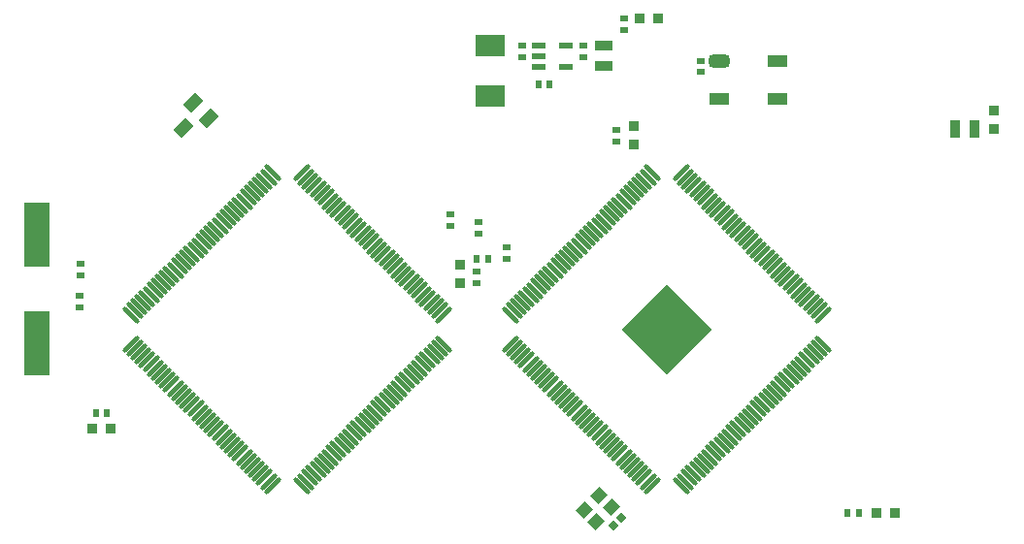
<source format=gtp>
G04*
G04 #@! TF.GenerationSoftware,Altium Limited,Altium Designer,19.1.8 (144)*
G04*
G04 Layer_Color=8421504*
%FSLAX44Y44*%
%MOMM*%
G71*
G01*
G75*
G04:AMPARAMS|DCode=15|XSize=0.4016mm|YSize=1.9016mm|CornerRadius=0mm|HoleSize=0mm|Usage=FLASHONLY|Rotation=45.000|XOffset=0mm|YOffset=0mm|HoleType=Round|Shape=Round|*
%AMOVALD15*
21,1,1.5000,0.4016,0.0000,0.0000,135.0*
1,1,0.4016,0.5303,-0.5303*
1,1,0.4016,-0.5303,0.5303*
%
%ADD15OVALD15*%

G04:AMPARAMS|DCode=16|XSize=0.4016mm|YSize=1.9016mm|CornerRadius=0mm|HoleSize=0mm|Usage=FLASHONLY|Rotation=135.000|XOffset=0mm|YOffset=0mm|HoleType=Round|Shape=Round|*
%AMOVALD16*
21,1,1.5000,0.4016,0.0000,0.0000,225.0*
1,1,0.4016,0.5303,0.5303*
1,1,0.4016,-0.5303,-0.5303*
%
%ADD16OVALD16*%

%ADD17P,7.9219X4X90.0*%
%ADD18R,1.8016X1.1016*%
%ADD19R,1.8016X1.1016*%
G04:AMPARAMS|DCode=20|XSize=1.8016mm|YSize=1.1016mm|CornerRadius=0.3008mm|HoleSize=0mm|Usage=FLASHONLY|Rotation=0.000|XOffset=0mm|YOffset=0mm|HoleType=Round|Shape=RoundedRectangle|*
%AMROUNDEDRECTD20*
21,1,1.8016,0.5000,0,0,0.0*
21,1,1.2000,1.1016,0,0,0.0*
1,1,0.6016,0.6000,-0.2500*
1,1,0.6016,-0.6000,-0.2500*
1,1,0.6016,-0.6000,0.2500*
1,1,0.6016,0.6000,0.2500*
%
%ADD20ROUNDEDRECTD20*%
%ADD21R,0.7016X0.6016*%
%ADD22R,1.3112X0.5508*%
%ADD23R,0.6016X0.7016*%
G04:AMPARAMS|DCode=24|XSize=1.0016mm|YSize=1.5016mm|CornerRadius=0mm|HoleSize=0mm|Usage=FLASHONLY|Rotation=135.000|XOffset=0mm|YOffset=0mm|HoleType=Round|Shape=Rectangle|*
%AMROTATEDRECTD24*
4,1,4,0.8850,0.1768,-0.1768,-0.8850,-0.8850,-0.1768,0.1768,0.8850,0.8850,0.1768,0.0*
%
%ADD24ROTATEDRECTD24*%

G04:AMPARAMS|DCode=25|XSize=1.1516mm|YSize=1.0516mm|CornerRadius=0mm|HoleSize=0mm|Usage=FLASHONLY|Rotation=45.000|XOffset=0mm|YOffset=0mm|HoleType=Round|Shape=Rectangle|*
%AMROTATEDRECTD25*
4,1,4,-0.0354,-0.7790,-0.7790,-0.0354,0.0354,0.7790,0.7790,0.0354,-0.0354,-0.7790,0.0*
%
%ADD25ROTATEDRECTD25*%

%ADD26R,2.2016X5.7016*%
%ADD27R,0.9016X0.9016*%
G04:AMPARAMS|DCode=28|XSize=0.6016mm|YSize=0.7016mm|CornerRadius=0mm|HoleSize=0mm|Usage=FLASHONLY|Rotation=45.000|XOffset=0mm|YOffset=0mm|HoleType=Round|Shape=Rectangle|*
%AMROTATEDRECTD28*
4,1,4,0.0354,-0.4608,-0.4608,0.0354,-0.0354,0.4608,0.4608,-0.0354,0.0354,-0.4608,0.0*
%
%ADD28ROTATEDRECTD28*%

%ADD29R,2.5146X1.9812*%
%ADD30R,1.5016X0.9516*%
%ADD31R,0.9016X0.9016*%
%ADD32R,0.9516X1.5016*%
D15*
X193998Y264008D02*
D03*
X197533Y267544D02*
D03*
X201069Y271079D02*
D03*
X204605Y274615D02*
D03*
X208140Y278150D02*
D03*
X211676Y281686D02*
D03*
X215211Y285222D02*
D03*
X218747Y288757D02*
D03*
X222282Y292293D02*
D03*
X225818Y295828D02*
D03*
X229353Y299364D02*
D03*
X232889Y302899D02*
D03*
X236424Y306435D02*
D03*
X239960Y309970D02*
D03*
X243496Y313506D02*
D03*
X247031Y317041D02*
D03*
X250567Y320577D02*
D03*
X254102Y324112D02*
D03*
X257638Y327648D02*
D03*
X261173Y331183D02*
D03*
X264709Y334719D02*
D03*
X268244Y338255D02*
D03*
X271780Y341790D02*
D03*
X275315Y345326D02*
D03*
X278851Y348861D02*
D03*
X282386Y352397D02*
D03*
X285922Y355932D02*
D03*
X289457Y359468D02*
D03*
X292993Y363003D02*
D03*
X296528Y366539D02*
D03*
X300064Y370074D02*
D03*
X303600Y373610D02*
D03*
X307135Y377145D02*
D03*
X310671Y380681D02*
D03*
X314206Y384216D02*
D03*
X317742Y387752D02*
D03*
X466941Y238552D02*
D03*
X463406Y235017D02*
D03*
X459870Y231481D02*
D03*
X456335Y227946D02*
D03*
X452799Y224410D02*
D03*
X449264Y220875D02*
D03*
X445728Y217339D02*
D03*
X442192Y213804D02*
D03*
X438657Y210268D02*
D03*
X435121Y206733D02*
D03*
X431586Y203197D02*
D03*
X428050Y199662D02*
D03*
X424515Y196126D02*
D03*
X420979Y192591D02*
D03*
X417444Y189055D02*
D03*
X413908Y185519D02*
D03*
X410373Y181984D02*
D03*
X406837Y178448D02*
D03*
X403302Y174913D02*
D03*
X399766Y171377D02*
D03*
X396231Y167842D02*
D03*
X392695Y164306D02*
D03*
X389160Y160771D02*
D03*
X385624Y157235D02*
D03*
X382088Y153700D02*
D03*
X378553Y150164D02*
D03*
X375017Y146629D02*
D03*
X371482Y143093D02*
D03*
X367946Y139558D02*
D03*
X364411Y136022D02*
D03*
X360875Y132486D02*
D03*
X357340Y128951D02*
D03*
X353804Y125415D02*
D03*
X350269Y121880D02*
D03*
X346733Y118344D02*
D03*
X343198Y114809D02*
D03*
X674228Y114778D02*
D03*
X677764Y118314D02*
D03*
X681299Y121849D02*
D03*
X684835Y125385D02*
D03*
X688370Y128921D02*
D03*
X691906Y132456D02*
D03*
X695441Y135992D02*
D03*
X698977Y139527D02*
D03*
X702512Y143063D02*
D03*
X706048Y146598D02*
D03*
X709583Y150134D02*
D03*
X713119Y153669D02*
D03*
X716654Y157205D02*
D03*
X720190Y160740D02*
D03*
X723725Y164276D02*
D03*
X727261Y167811D02*
D03*
X730797Y171347D02*
D03*
X734332Y174883D02*
D03*
X737868Y178418D02*
D03*
X741403Y181954D02*
D03*
X744939Y185489D02*
D03*
X748474Y189025D02*
D03*
X752010Y192560D02*
D03*
X755545Y196096D02*
D03*
X759081Y199631D02*
D03*
X762616Y203167D02*
D03*
X766152Y206702D02*
D03*
X769687Y210238D02*
D03*
X773223Y213773D02*
D03*
X776758Y217309D02*
D03*
X780294Y220844D02*
D03*
X783829Y224380D02*
D03*
X787365Y227915D02*
D03*
X790900Y231451D02*
D03*
X794436Y234987D02*
D03*
X797972Y238522D02*
D03*
X648772Y387722D02*
D03*
X645237Y384186D02*
D03*
X641701Y380651D02*
D03*
X638166Y377115D02*
D03*
X634630Y373579D02*
D03*
X631094Y370044D02*
D03*
X627559Y366508D02*
D03*
X624023Y362973D02*
D03*
X620488Y359437D02*
D03*
X616952Y355902D02*
D03*
X613417Y352366D02*
D03*
X609881Y348831D02*
D03*
X606346Y345295D02*
D03*
X602810Y341760D02*
D03*
X599275Y338224D02*
D03*
X595739Y334689D02*
D03*
X592203Y331153D02*
D03*
X588668Y327618D02*
D03*
X585132Y324082D02*
D03*
X581597Y320546D02*
D03*
X578061Y317011D02*
D03*
X574526Y313475D02*
D03*
X570990Y309940D02*
D03*
X567455Y306404D02*
D03*
X563919Y302869D02*
D03*
X560384Y299333D02*
D03*
X556848Y295798D02*
D03*
X553313Y292262D02*
D03*
X549777Y288727D02*
D03*
X546242Y285191D02*
D03*
X542706Y281656D02*
D03*
X539170Y278120D02*
D03*
X535635Y274585D02*
D03*
X532099Y271049D02*
D03*
X528564Y267514D02*
D03*
X525028Y263978D02*
D03*
D16*
X343198Y387752D02*
D03*
X346733Y384216D02*
D03*
X350269Y380681D02*
D03*
X353804Y377145D02*
D03*
X357340Y373610D02*
D03*
X360875Y370074D02*
D03*
X364411Y366539D02*
D03*
X367946Y363003D02*
D03*
X371482Y359468D02*
D03*
X375017Y355932D02*
D03*
X378553Y352397D02*
D03*
X382088Y348861D02*
D03*
X385624Y345326D02*
D03*
X389160Y341790D02*
D03*
X392695Y338255D02*
D03*
X396231Y334719D02*
D03*
X399766Y331183D02*
D03*
X403302Y327648D02*
D03*
X406837Y324112D02*
D03*
X410373Y320577D02*
D03*
X413908Y317041D02*
D03*
X417444Y313506D02*
D03*
X420979Y309970D02*
D03*
X424515Y306435D02*
D03*
X428050Y302899D02*
D03*
X431586Y299364D02*
D03*
X435121Y295828D02*
D03*
X438657Y292293D02*
D03*
X442192Y288757D02*
D03*
X445728Y285222D02*
D03*
X449264Y281686D02*
D03*
X452799Y278150D02*
D03*
X456335Y274615D02*
D03*
X459870Y271079D02*
D03*
X463406Y267544D02*
D03*
X466941Y264008D02*
D03*
X317742Y114809D02*
D03*
X314206Y118344D02*
D03*
X310671Y121880D02*
D03*
X307135Y125415D02*
D03*
X303600Y128951D02*
D03*
X300064Y132486D02*
D03*
X296528Y136022D02*
D03*
X292993Y139558D02*
D03*
X289457Y143093D02*
D03*
X285922Y146629D02*
D03*
X282386Y150164D02*
D03*
X278851Y153700D02*
D03*
X275315Y157235D02*
D03*
X271780Y160771D02*
D03*
X268244Y164306D02*
D03*
X264709Y167842D02*
D03*
X261173Y171377D02*
D03*
X257638Y174913D02*
D03*
X254102Y178448D02*
D03*
X250567Y181984D02*
D03*
X247031Y185519D02*
D03*
X243496Y189055D02*
D03*
X239960Y192591D02*
D03*
X236424Y196126D02*
D03*
X232889Y199662D02*
D03*
X229353Y203197D02*
D03*
X225818Y206733D02*
D03*
X222282Y210268D02*
D03*
X218747Y213804D02*
D03*
X215211Y217339D02*
D03*
X211676Y220875D02*
D03*
X208140Y224410D02*
D03*
X204605Y227946D02*
D03*
X201069Y231481D02*
D03*
X197533Y235017D02*
D03*
X193998Y238552D02*
D03*
X525028Y238522D02*
D03*
X528564Y234987D02*
D03*
X532099Y231451D02*
D03*
X535635Y227915D02*
D03*
X539170Y224380D02*
D03*
X542706Y220844D02*
D03*
X546242Y217309D02*
D03*
X549777Y213773D02*
D03*
X553313Y210238D02*
D03*
X556848Y206702D02*
D03*
X560384Y203167D02*
D03*
X563919Y199631D02*
D03*
X567455Y196096D02*
D03*
X570990Y192560D02*
D03*
X574526Y189025D02*
D03*
X578061Y185489D02*
D03*
X581597Y181954D02*
D03*
X585132Y178418D02*
D03*
X588668Y174883D02*
D03*
X592203Y171347D02*
D03*
X595739Y167812D02*
D03*
X599275Y164276D02*
D03*
X602810Y160740D02*
D03*
X606346Y157205D02*
D03*
X609881Y153669D02*
D03*
X613417Y150134D02*
D03*
X616952Y146598D02*
D03*
X620488Y143063D02*
D03*
X624023Y139527D02*
D03*
X627559Y135992D02*
D03*
X631094Y132456D02*
D03*
X634630Y128921D02*
D03*
X638166Y125385D02*
D03*
X641701Y121849D02*
D03*
X645237Y118314D02*
D03*
X648772Y114778D02*
D03*
X797972Y263978D02*
D03*
X794436Y267514D02*
D03*
X790900Y271049D02*
D03*
X787365Y274585D02*
D03*
X783829Y278120D02*
D03*
X780294Y281656D02*
D03*
X776758Y285191D02*
D03*
X773223Y288727D02*
D03*
X769687Y292262D02*
D03*
X766152Y295798D02*
D03*
X762616Y299333D02*
D03*
X759081Y302869D02*
D03*
X755545Y306404D02*
D03*
X752010Y309940D02*
D03*
X748474Y313475D02*
D03*
X744939Y317011D02*
D03*
X741403Y320546D02*
D03*
X737868Y324082D02*
D03*
X734332Y327618D02*
D03*
X730797Y331153D02*
D03*
X727261Y334689D02*
D03*
X723725Y338224D02*
D03*
X720190Y341760D02*
D03*
X716654Y345295D02*
D03*
X713119Y348831D02*
D03*
X709583Y352366D02*
D03*
X706048Y355902D02*
D03*
X702512Y359437D02*
D03*
X698977Y362973D02*
D03*
X695441Y366508D02*
D03*
X691906Y370044D02*
D03*
X688370Y373579D02*
D03*
X684835Y377115D02*
D03*
X681299Y380651D02*
D03*
X677764Y384186D02*
D03*
X674228Y387722D02*
D03*
D17*
X661500Y251250D02*
D03*
D18*
X758300Y452730D02*
D03*
X707500D02*
D03*
D19*
X758300Y485750D02*
D03*
D20*
X707500D02*
D03*
D21*
X691000Y485750D02*
D03*
Y475750D02*
D03*
X535500Y499000D02*
D03*
Y489000D02*
D03*
X588668Y499000D02*
D03*
Y489000D02*
D03*
X149537Y280479D02*
D03*
Y270479D02*
D03*
X150068Y298233D02*
D03*
Y308233D02*
D03*
X522000Y312750D02*
D03*
Y322750D02*
D03*
X496000Y301500D02*
D03*
Y291500D02*
D03*
X497000Y344500D02*
D03*
Y334500D02*
D03*
X472500Y351500D02*
D03*
Y341500D02*
D03*
X617250Y415250D02*
D03*
Y425250D02*
D03*
X624250Y512750D02*
D03*
Y522750D02*
D03*
D22*
X549500Y499000D02*
D03*
Y489500D02*
D03*
Y480000D02*
D03*
X573500D02*
D03*
Y499000D02*
D03*
D23*
X559500Y465000D02*
D03*
X549500D02*
D03*
X495500Y313000D02*
D03*
X505500D02*
D03*
X173500Y178000D02*
D03*
X163500D02*
D03*
X819500Y90500D02*
D03*
X829500D02*
D03*
D24*
X240015Y427308D02*
D03*
X248146Y448874D02*
D03*
X261581Y435439D02*
D03*
D25*
X613003Y96247D02*
D03*
X602750Y106500D02*
D03*
X599922Y83166D02*
D03*
X589669Y93419D02*
D03*
D26*
X112237Y239116D02*
D03*
Y334116D02*
D03*
D27*
X481250Y291750D02*
D03*
Y307750D02*
D03*
X633000Y412500D02*
D03*
Y428500D02*
D03*
X947250Y442250D02*
D03*
Y426250D02*
D03*
D28*
X614964Y79714D02*
D03*
X622035Y86785D02*
D03*
D29*
X507249Y499353D02*
D03*
Y454649D02*
D03*
D30*
X606500Y481250D02*
D03*
Y498750D02*
D03*
D31*
X176750Y164750D02*
D03*
X160750D02*
D03*
X860250Y90500D02*
D03*
X844250D02*
D03*
X654000Y522750D02*
D03*
X638000D02*
D03*
D32*
X930250Y426250D02*
D03*
X912750D02*
D03*
M02*

</source>
